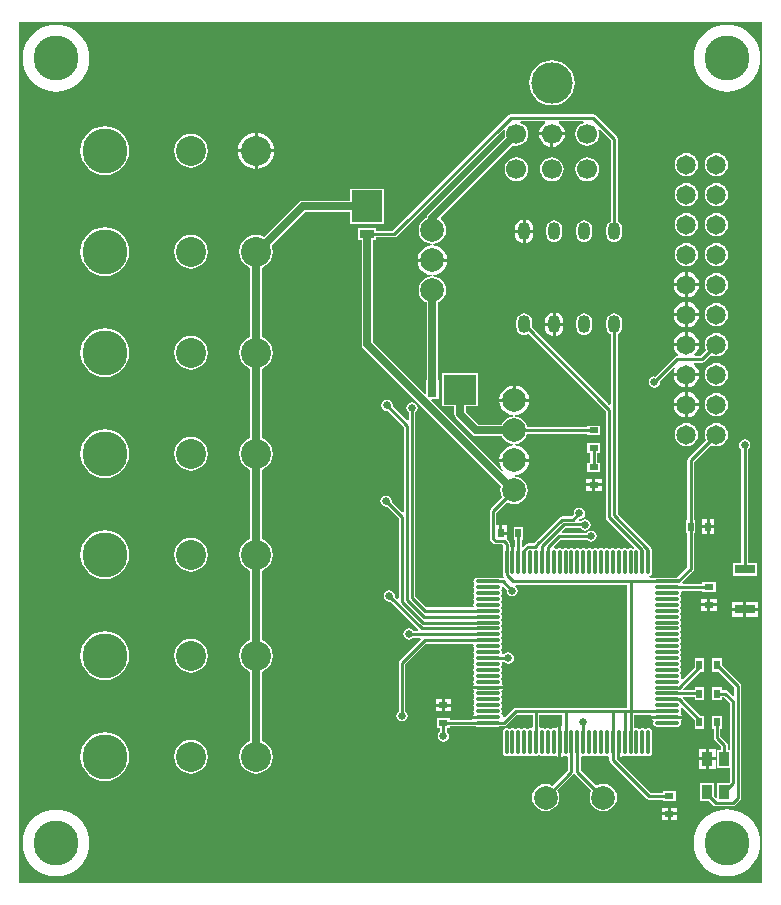
<source format=gtl>
G04 Layer_Physical_Order=1*
G04 Layer_Color=255*
%FSLAX43Y43*%
%MOMM*%
G71*
G01*
G75*
%ADD10R,0.800X0.500*%
%ADD11R,1.700X0.800*%
%ADD12R,0.500X0.800*%
%ADD13O,0.300X2.100*%
%ADD14O,2.100X0.300*%
%ADD15R,0.900X1.200*%
%ADD16R,2.540X2.667*%
%ADD17R,1.270X0.762*%
%ADD18R,2.667X2.540*%
%ADD19R,0.762X1.270*%
%ADD20C,0.254*%
%ADD21C,0.635*%
%ADD22C,0.508*%
%ADD23C,2.000*%
%ADD24C,3.810*%
%ADD25C,1.651*%
%ADD26C,2.540*%
%ADD27C,1.700*%
%ADD28C,3.500*%
%ADD29O,1.016X1.524*%
%ADD30C,0.635*%
G36*
X83998Y10101D02*
X21021D01*
Y83078D01*
X83998D01*
Y10101D01*
D02*
G37*
%LPC*%
G36*
X69596Y43711D02*
X69069D01*
Y43334D01*
X69596D01*
Y43711D01*
D02*
G37*
G36*
X79927Y40973D02*
X79550D01*
Y40446D01*
X79927D01*
Y40973D01*
D02*
G37*
G36*
X79296D02*
X78919D01*
Y40446D01*
X79296D01*
Y40973D01*
D02*
G37*
G36*
X70377Y44342D02*
X69850D01*
Y43965D01*
X70377D01*
Y44342D01*
D02*
G37*
G36*
X69596D02*
X69069D01*
Y43965D01*
X69596D01*
Y44342D01*
D02*
G37*
G36*
X70377Y43711D02*
X69850D01*
Y43334D01*
X70377D01*
Y43711D01*
D02*
G37*
G36*
X62333Y40419D02*
X61956D01*
Y39892D01*
X62333D01*
Y40419D01*
D02*
G37*
G36*
X82495Y47710D02*
X82312Y47674D01*
X82157Y47570D01*
X82053Y47415D01*
X82016Y47231D01*
X82053Y47048D01*
X82157Y46892D01*
X82211Y46856D01*
Y37267D01*
X81493D01*
Y36162D01*
X83498D01*
Y37267D01*
X82780D01*
Y46856D01*
X82834Y46892D01*
X82938Y47048D01*
X82975Y47231D01*
X82938Y47415D01*
X82834Y47570D01*
X82679Y47674D01*
X82495Y47710D01*
D02*
G37*
G36*
X28321Y39998D02*
X27918Y39958D01*
X27530Y39841D01*
X27172Y39650D01*
X26859Y39393D01*
X26602Y39079D01*
X26411Y38722D01*
X26293Y38334D01*
X26254Y37931D01*
X26293Y37527D01*
X26411Y37140D01*
X26602Y36782D01*
X26859Y36469D01*
X27172Y36212D01*
X27530Y36021D01*
X27918Y35903D01*
X28321Y35863D01*
X28724Y35903D01*
X29112Y36021D01*
X29470Y36212D01*
X29783Y36469D01*
X30040Y36782D01*
X30231Y37140D01*
X30349Y37527D01*
X30388Y37931D01*
X30349Y38334D01*
X30231Y38722D01*
X30040Y39079D01*
X29783Y39393D01*
X29470Y39650D01*
X29112Y39841D01*
X28724Y39958D01*
X28321Y39998D01*
D02*
G37*
G36*
X80128Y34197D02*
X79601D01*
Y33820D01*
X80128D01*
Y34197D01*
D02*
G37*
G36*
X79927Y40192D02*
X79550D01*
Y39665D01*
X79927D01*
Y40192D01*
D02*
G37*
G36*
X79296D02*
X78919D01*
Y39665D01*
X79296D01*
Y40192D01*
D02*
G37*
G36*
X35611Y39365D02*
X35239Y39316D01*
X34893Y39173D01*
X34596Y38945D01*
X34368Y38648D01*
X34225Y38302D01*
X34176Y37931D01*
X34225Y37559D01*
X34368Y37213D01*
X34596Y36916D01*
X34893Y36688D01*
X35239Y36545D01*
X35611Y36496D01*
X35982Y36545D01*
X36328Y36688D01*
X36625Y36916D01*
X36853Y37213D01*
X36997Y37559D01*
X37045Y37931D01*
X36997Y38302D01*
X36853Y38648D01*
X36625Y38945D01*
X36328Y39173D01*
X35982Y39316D01*
X35611Y39365D01*
D02*
G37*
G36*
X77683Y51715D02*
Y50770D01*
X78628D01*
X78608Y50924D01*
X78499Y51187D01*
X78326Y51413D01*
X78101Y51586D01*
X77838Y51694D01*
X77683Y51715D01*
D02*
G37*
G36*
X77429Y51715D02*
X77274Y51694D01*
X77012Y51586D01*
X76786Y51413D01*
X76613Y51187D01*
X76505Y50924D01*
X76484Y50770D01*
X77429D01*
Y51715D01*
D02*
G37*
G36*
X80096Y51629D02*
X79841Y51595D01*
X79603Y51497D01*
X79399Y51340D01*
X79242Y51136D01*
X79144Y50898D01*
X79110Y50643D01*
X79144Y50387D01*
X79242Y50149D01*
X79399Y49945D01*
X79603Y49788D01*
X79841Y49690D01*
X80096Y49656D01*
X80352Y49690D01*
X80589Y49788D01*
X80794Y49945D01*
X80950Y50149D01*
X81049Y50387D01*
X81083Y50643D01*
X81049Y50898D01*
X80950Y51136D01*
X80794Y51340D01*
X80589Y51497D01*
X80352Y51595D01*
X80096Y51629D01*
D02*
G37*
G36*
X78628Y53056D02*
X77683D01*
Y52111D01*
X77838Y52131D01*
X78101Y52240D01*
X78326Y52413D01*
X78499Y52638D01*
X78608Y52901D01*
X78628Y53056D01*
D02*
G37*
G36*
X63103Y52256D02*
Y51135D01*
X64224D01*
X64197Y51335D01*
X64071Y51640D01*
X63870Y51902D01*
X63608Y52103D01*
X63303Y52230D01*
X63103Y52256D01*
D02*
G37*
G36*
X62849D02*
X62648Y52230D01*
X62343Y52103D01*
X62081Y51902D01*
X61880Y51640D01*
X61754Y51335D01*
X61728Y51135D01*
X62849D01*
Y52256D01*
D02*
G37*
G36*
X77429Y50516D02*
X76484D01*
X76505Y50361D01*
X76613Y50098D01*
X76786Y49873D01*
X77012Y49700D01*
X77274Y49591D01*
X77429Y49571D01*
Y50516D01*
D02*
G37*
G36*
X35611Y47917D02*
X35239Y47868D01*
X34893Y47724D01*
X34596Y47496D01*
X34368Y47199D01*
X34225Y46853D01*
X34176Y46482D01*
X34225Y46111D01*
X34368Y45765D01*
X34596Y45468D01*
X34893Y45240D01*
X35239Y45096D01*
X35611Y45047D01*
X35982Y45096D01*
X36328Y45240D01*
X36625Y45468D01*
X36853Y45765D01*
X36997Y46111D01*
X37045Y46482D01*
X36997Y46853D01*
X36853Y47199D01*
X36625Y47496D01*
X36328Y47724D01*
X35982Y47868D01*
X35611Y47917D01*
D02*
G37*
G36*
X70275Y47366D02*
X69170D01*
Y46562D01*
X69438D01*
Y45740D01*
X69170D01*
Y44935D01*
X70275D01*
Y45740D01*
X70008D01*
Y46562D01*
X70275D01*
Y47366D01*
D02*
G37*
G36*
X28321Y48549D02*
X27918Y48510D01*
X27530Y48392D01*
X27172Y48201D01*
X26859Y47944D01*
X26602Y47631D01*
X26411Y47273D01*
X26293Y46885D01*
X26254Y46482D01*
X26293Y46079D01*
X26411Y45691D01*
X26602Y45333D01*
X26859Y45020D01*
X27172Y44763D01*
X27530Y44572D01*
X27918Y44454D01*
X28321Y44415D01*
X28724Y44454D01*
X29112Y44572D01*
X29470Y44763D01*
X29783Y45020D01*
X30040Y45333D01*
X30231Y45691D01*
X30349Y46079D01*
X30388Y46482D01*
X30349Y46885D01*
X30231Y47273D01*
X30040Y47631D01*
X29783Y47944D01*
X29470Y48201D01*
X29112Y48392D01*
X28724Y48510D01*
X28321Y48549D01*
D02*
G37*
G36*
X78628Y50516D02*
X77683D01*
Y49571D01*
X77838Y49591D01*
X78101Y49700D01*
X78326Y49873D01*
X78499Y50098D01*
X78608Y50361D01*
X78628Y50516D01*
D02*
G37*
G36*
X59880Y53330D02*
X56909D01*
Y50485D01*
X57915D01*
Y49857D01*
X57952Y49674D01*
X58056Y49518D01*
X59445Y48129D01*
X59600Y48025D01*
X59783Y47989D01*
X61927D01*
X61969Y47887D01*
X62154Y47646D01*
X62394Y47461D01*
X62675Y47345D01*
X62907Y47315D01*
X62918Y47313D01*
Y47185D01*
X62907Y47184D01*
X62648Y47150D01*
X62343Y47023D01*
X62081Y46822D01*
X61880Y46560D01*
X61754Y46255D01*
X61728Y46055D01*
X62976D01*
X64224D01*
X64197Y46255D01*
X64071Y46560D01*
X63870Y46822D01*
X63608Y47023D01*
X63303Y47150D01*
X63044Y47184D01*
X63034Y47185D01*
Y47313D01*
X63044Y47315D01*
X63276Y47345D01*
X63557Y47461D01*
X63798Y47646D01*
X63982Y47887D01*
X64098Y48167D01*
X64100Y48183D01*
X69170D01*
Y48062D01*
X70275D01*
Y48866D01*
X69170D01*
Y48753D01*
X64100D01*
X64098Y48769D01*
X63982Y49049D01*
X63798Y49290D01*
X63557Y49475D01*
X63276Y49591D01*
X63044Y49621D01*
X63034Y49623D01*
Y49751D01*
X63044Y49752D01*
X63303Y49786D01*
X63608Y49913D01*
X63870Y50114D01*
X64071Y50376D01*
X64197Y50681D01*
X64224Y50881D01*
X62976D01*
X61728D01*
X61754Y50681D01*
X61880Y50376D01*
X62081Y50114D01*
X62343Y49913D01*
X62648Y49786D01*
X62907Y49752D01*
X62918Y49751D01*
Y49623D01*
X62907Y49621D01*
X62675Y49591D01*
X62394Y49475D01*
X62154Y49290D01*
X61969Y49049D01*
X61927Y48947D01*
X59982D01*
X58874Y50055D01*
Y50485D01*
X59880D01*
Y53330D01*
D02*
G37*
G36*
X77556Y49089D02*
X77301Y49055D01*
X77063Y48957D01*
X76859Y48800D01*
X76702Y48596D01*
X76604Y48358D01*
X76570Y48103D01*
X76604Y47847D01*
X76702Y47609D01*
X76859Y47405D01*
X77063Y47248D01*
X77301Y47150D01*
X77556Y47116D01*
X77812Y47150D01*
X78049Y47248D01*
X78254Y47405D01*
X78410Y47609D01*
X78509Y47847D01*
X78543Y48103D01*
X78509Y48358D01*
X78410Y48596D01*
X78254Y48800D01*
X78049Y48957D01*
X77812Y49055D01*
X77556Y49089D01*
D02*
G37*
G36*
X79347Y34197D02*
X78820D01*
Y33820D01*
X79347D01*
Y34197D01*
D02*
G37*
G36*
X80034Y20519D02*
X79457D01*
Y19792D01*
X80034D01*
Y20519D01*
D02*
G37*
G36*
X79203D02*
X78626D01*
Y19792D01*
X79203D01*
Y20519D01*
D02*
G37*
G36*
X35611Y22263D02*
X35239Y22214D01*
X34893Y22070D01*
X34596Y21842D01*
X34368Y21545D01*
X34225Y21199D01*
X34176Y20828D01*
X34225Y20457D01*
X34368Y20111D01*
X34596Y19814D01*
X34893Y19586D01*
X35239Y19442D01*
X35611Y19393D01*
X35982Y19442D01*
X36328Y19586D01*
X36625Y19814D01*
X36853Y20111D01*
X36997Y20457D01*
X37045Y20828D01*
X36997Y21199D01*
X36853Y21545D01*
X36625Y21842D01*
X36328Y22070D01*
X35982Y22214D01*
X35611Y22263D01*
D02*
G37*
G36*
X77218Y24061D02*
X75931D01*
X74645D01*
X74651Y24030D01*
X74740Y23897D01*
X74786Y23866D01*
X74746Y23806D01*
X74723Y23688D01*
X74746Y23570D01*
X74813Y23470D01*
X74913Y23403D01*
X75031Y23380D01*
X76831D01*
X76949Y23403D01*
X77049Y23470D01*
X77116Y23570D01*
X77139Y23688D01*
X77116Y23806D01*
X77076Y23866D01*
X77122Y23897D01*
X77212Y24030D01*
X77218Y24061D01*
D02*
G37*
G36*
X80034Y21500D02*
X79457D01*
Y20773D01*
X80034D01*
Y21500D01*
D02*
G37*
G36*
X79203D02*
X78626D01*
Y20773D01*
X79203D01*
Y21500D01*
D02*
G37*
G36*
X28321Y22895D02*
X27918Y22856D01*
X27530Y22738D01*
X27172Y22547D01*
X26859Y22290D01*
X26602Y21977D01*
X26411Y21619D01*
X26293Y21231D01*
X26254Y20828D01*
X26293Y20425D01*
X26411Y20037D01*
X26602Y19679D01*
X26859Y19366D01*
X27172Y19109D01*
X27530Y18918D01*
X27918Y18800D01*
X28321Y18761D01*
X28724Y18800D01*
X29112Y18918D01*
X29470Y19109D01*
X29783Y19366D01*
X30040Y19679D01*
X30231Y20037D01*
X30349Y20425D01*
X30388Y20828D01*
X30349Y21231D01*
X30231Y21619D01*
X30040Y21977D01*
X29783Y22290D01*
X29470Y22547D01*
X29112Y22738D01*
X28724Y22856D01*
X28321Y22895D01*
D02*
G37*
G36*
X75984Y15862D02*
X75457D01*
Y15485D01*
X75984D01*
Y15862D01*
D02*
G37*
G36*
X81004Y16368D02*
X80562Y16333D01*
X80130Y16229D01*
X79720Y16059D01*
X79342Y15827D01*
X79005Y15539D01*
X78716Y15202D01*
X78484Y14823D01*
X78315Y14413D01*
X78211Y13982D01*
X78176Y13539D01*
X78211Y13097D01*
X78315Y12665D01*
X78484Y12255D01*
X78716Y11877D01*
X79005Y11540D01*
X79342Y11251D01*
X79720Y11020D01*
X80130Y10850D01*
X80562Y10746D01*
X81004Y10711D01*
X81447Y10746D01*
X81878Y10850D01*
X82288Y11020D01*
X82667Y11251D01*
X83004Y11540D01*
X83292Y11877D01*
X83524Y12255D01*
X83694Y12665D01*
X83798Y13097D01*
X83832Y13539D01*
X83798Y13982D01*
X83694Y14413D01*
X83524Y14823D01*
X83292Y15202D01*
X83004Y15539D01*
X82667Y15827D01*
X82288Y16059D01*
X81878Y16229D01*
X81447Y16333D01*
X81004Y16368D01*
D02*
G37*
G36*
X24190Y16360D02*
X23748Y16325D01*
X23316Y16222D01*
X22906Y16052D01*
X22528Y15820D01*
X22191Y15532D01*
X21902Y15194D01*
X21670Y14816D01*
X21501Y14406D01*
X21397Y13974D01*
X21362Y13532D01*
X21397Y13090D01*
X21501Y12658D01*
X21670Y12248D01*
X21902Y11870D01*
X22191Y11532D01*
X22528Y11244D01*
X22906Y11012D01*
X23316Y10842D01*
X23748Y10739D01*
X24190Y10704D01*
X24633Y10739D01*
X25064Y10842D01*
X25474Y11012D01*
X25853Y11244D01*
X26190Y11532D01*
X26478Y11870D01*
X26710Y12248D01*
X26880Y12658D01*
X26984Y13090D01*
X27018Y13532D01*
X26984Y13974D01*
X26880Y14406D01*
X26710Y14816D01*
X26478Y15194D01*
X26190Y15532D01*
X25853Y15820D01*
X25474Y16052D01*
X25064Y16222D01*
X24633Y16325D01*
X24190Y16360D01*
D02*
G37*
G36*
X76765Y16493D02*
X76238D01*
Y16116D01*
X76765D01*
Y16493D01*
D02*
G37*
G36*
X75984D02*
X75457D01*
Y16116D01*
X75984D01*
Y16493D01*
D02*
G37*
G36*
X76765Y15862D02*
X76238D01*
Y15485D01*
X76765D01*
Y15862D01*
D02*
G37*
G36*
X79347Y33566D02*
X78820D01*
Y33189D01*
X79347D01*
Y33566D01*
D02*
G37*
G36*
X83599Y33188D02*
X82622D01*
Y32661D01*
X83599D01*
Y33188D01*
D02*
G37*
G36*
X82368D02*
X81391D01*
Y32661D01*
X82368D01*
Y33188D01*
D02*
G37*
G36*
X83599Y33969D02*
X82622D01*
Y33442D01*
X83599D01*
Y33969D01*
D02*
G37*
G36*
X82368D02*
X81391D01*
Y33442D01*
X82368D01*
Y33969D01*
D02*
G37*
G36*
X80128Y33566D02*
X79601D01*
Y33189D01*
X80128D01*
Y33566D01*
D02*
G37*
G36*
X35611Y30814D02*
X35239Y30765D01*
X34893Y30622D01*
X34596Y30394D01*
X34368Y30097D01*
X34225Y29751D01*
X34176Y29379D01*
X34225Y29008D01*
X34368Y28662D01*
X34596Y28365D01*
X34893Y28137D01*
X35239Y27994D01*
X35611Y27945D01*
X35982Y27994D01*
X36328Y28137D01*
X36625Y28365D01*
X36853Y28662D01*
X36997Y29008D01*
X37045Y29379D01*
X36997Y29751D01*
X36853Y30097D01*
X36625Y30394D01*
X36328Y30622D01*
X35982Y30765D01*
X35611Y30814D01*
D02*
G37*
G36*
X56863Y25697D02*
X56336D01*
Y25320D01*
X56863D01*
Y25697D01*
D02*
G37*
G36*
X57644Y25066D02*
X57117D01*
Y24689D01*
X57644D01*
Y25066D01*
D02*
G37*
G36*
X56863D02*
X56336D01*
Y24689D01*
X56863D01*
Y25066D01*
D02*
G37*
G36*
X28321Y31447D02*
X27918Y31407D01*
X27530Y31289D01*
X27172Y31098D01*
X26859Y30841D01*
X26602Y30528D01*
X26411Y30170D01*
X26293Y29783D01*
X26254Y29379D01*
X26293Y28976D01*
X26411Y28588D01*
X26602Y28231D01*
X26859Y27917D01*
X27172Y27660D01*
X27530Y27469D01*
X27918Y27352D01*
X28321Y27312D01*
X28724Y27352D01*
X29112Y27469D01*
X29470Y27660D01*
X29783Y27917D01*
X30040Y28231D01*
X30231Y28588D01*
X30349Y28976D01*
X30388Y29379D01*
X30349Y29783D01*
X30231Y30170D01*
X30040Y30528D01*
X29783Y30841D01*
X29470Y31098D01*
X29112Y31289D01*
X28724Y31407D01*
X28321Y31447D01*
D02*
G37*
G36*
X80559Y29150D02*
X79754D01*
Y28045D01*
X80306D01*
X81631Y26720D01*
Y25973D01*
X81514Y25924D01*
X81059Y26379D01*
X80967Y26441D01*
X80858Y26462D01*
X80858Y26462D01*
X80559D01*
Y26730D01*
X79754D01*
Y25625D01*
X80559D01*
Y25892D01*
X80740D01*
X81225Y25407D01*
Y21399D01*
X81065D01*
Y21803D01*
X81044Y21912D01*
X80982Y22004D01*
X80982Y22004D01*
X80441Y22545D01*
Y23205D01*
X80559D01*
Y24309D01*
X79754D01*
Y23205D01*
X79872D01*
Y22427D01*
X79872Y22427D01*
X79893Y22318D01*
X79955Y22225D01*
X80495Y21685D01*
Y21399D01*
X80178D01*
Y19894D01*
X81225D01*
Y18694D01*
X81130Y18599D01*
X80178D01*
Y17375D01*
X80051Y17322D01*
X79933Y17440D01*
Y18599D01*
X78728D01*
Y17094D01*
X79473D01*
X79823Y16744D01*
X79823Y16744D01*
X79916Y16682D01*
X80025Y16660D01*
X81495D01*
X81495Y16660D01*
X81604Y16682D01*
X81697Y16744D01*
X82118Y17165D01*
X82118Y17165D01*
X82179Y17257D01*
X82201Y17366D01*
X82201Y17366D01*
Y26838D01*
X82201Y26838D01*
X82179Y26947D01*
X82118Y27039D01*
X82118Y27039D01*
X80559Y28598D01*
Y29150D01*
D02*
G37*
G36*
X57644Y25697D02*
X57117D01*
Y25320D01*
X57644D01*
Y25697D01*
D02*
G37*
G36*
X80096Y69409D02*
X79841Y69375D01*
X79603Y69277D01*
X79399Y69120D01*
X79242Y68916D01*
X79144Y68678D01*
X79110Y68423D01*
X79144Y68167D01*
X79242Y67929D01*
X79399Y67725D01*
X79603Y67568D01*
X79841Y67470D01*
X80096Y67436D01*
X80352Y67470D01*
X80589Y67568D01*
X80794Y67725D01*
X80950Y67929D01*
X81049Y68167D01*
X81083Y68423D01*
X81049Y68678D01*
X80950Y68916D01*
X80794Y69120D01*
X80589Y69277D01*
X80352Y69375D01*
X80096Y69409D01*
D02*
G37*
G36*
X77556D02*
X77301Y69375D01*
X77063Y69277D01*
X76859Y69120D01*
X76702Y68916D01*
X76604Y68678D01*
X76570Y68423D01*
X76604Y68167D01*
X76702Y67929D01*
X76859Y67725D01*
X77063Y67568D01*
X77301Y67470D01*
X77556Y67436D01*
X77812Y67470D01*
X78049Y67568D01*
X78254Y67725D01*
X78410Y67929D01*
X78509Y68167D01*
X78543Y68423D01*
X78509Y68678D01*
X78410Y68916D01*
X78254Y69120D01*
X78049Y69277D01*
X77812Y69375D01*
X77556Y69409D01*
D02*
G37*
G36*
X51957Y68927D02*
X49113D01*
Y67916D01*
X45060D01*
X44876Y67880D01*
X44721Y67776D01*
X41792Y64847D01*
X41494Y64970D01*
X41123Y65019D01*
X40751Y64970D01*
X40405Y64827D01*
X40108Y64599D01*
X39880Y64302D01*
X39737Y63956D01*
X39688Y63585D01*
X39737Y63213D01*
X39880Y62867D01*
X40108Y62570D01*
X40405Y62342D01*
X40644Y62244D01*
Y56374D01*
X40405Y56276D01*
X40108Y56048D01*
X39880Y55751D01*
X39737Y55405D01*
X39688Y55033D01*
X39737Y54662D01*
X39880Y54316D01*
X40108Y54019D01*
X40405Y53791D01*
X40644Y53692D01*
Y47823D01*
X40405Y47724D01*
X40108Y47496D01*
X39880Y47199D01*
X39737Y46853D01*
X39688Y46482D01*
X39737Y46111D01*
X39880Y45765D01*
X40108Y45468D01*
X40405Y45240D01*
X40644Y45141D01*
Y39272D01*
X40405Y39173D01*
X40108Y38945D01*
X39880Y38648D01*
X39737Y38302D01*
X39688Y37931D01*
X39737Y37559D01*
X39880Y37213D01*
X40108Y36916D01*
X40405Y36688D01*
X40644Y36590D01*
Y30720D01*
X40405Y30622D01*
X40108Y30394D01*
X39880Y30097D01*
X39737Y29751D01*
X39688Y29379D01*
X39737Y29008D01*
X39880Y28662D01*
X40108Y28365D01*
X40405Y28137D01*
X40644Y28038D01*
Y22169D01*
X40405Y22070D01*
X40108Y21842D01*
X39880Y21545D01*
X39737Y21199D01*
X39688Y20828D01*
X39737Y20457D01*
X39880Y20111D01*
X40108Y19814D01*
X40405Y19586D01*
X40751Y19442D01*
X41123Y19393D01*
X41494Y19442D01*
X41840Y19586D01*
X42137Y19814D01*
X42365Y20111D01*
X42508Y20457D01*
X42557Y20828D01*
X42508Y21199D01*
X42365Y21545D01*
X42137Y21842D01*
X41840Y22070D01*
X41602Y22169D01*
Y28038D01*
X41840Y28137D01*
X42137Y28365D01*
X42365Y28662D01*
X42508Y29008D01*
X42557Y29379D01*
X42508Y29751D01*
X42365Y30097D01*
X42137Y30394D01*
X41840Y30622D01*
X41602Y30720D01*
Y36590D01*
X41840Y36688D01*
X42137Y36916D01*
X42365Y37213D01*
X42508Y37559D01*
X42557Y37931D01*
X42508Y38302D01*
X42365Y38648D01*
X42137Y38945D01*
X41840Y39173D01*
X41602Y39272D01*
Y45141D01*
X41840Y45240D01*
X42137Y45468D01*
X42365Y45765D01*
X42508Y46111D01*
X42557Y46482D01*
X42508Y46853D01*
X42365Y47199D01*
X42137Y47496D01*
X41840Y47724D01*
X41602Y47823D01*
Y53692D01*
X41840Y53791D01*
X42137Y54019D01*
X42365Y54316D01*
X42508Y54662D01*
X42557Y55033D01*
X42508Y55405D01*
X42365Y55751D01*
X42137Y56048D01*
X41840Y56276D01*
X41602Y56374D01*
Y62244D01*
X41840Y62342D01*
X42137Y62570D01*
X42365Y62867D01*
X42508Y63213D01*
X42557Y63585D01*
X42508Y63956D01*
X42435Y64134D01*
X45258Y66958D01*
X49113D01*
Y65956D01*
X51957D01*
Y68927D01*
D02*
G37*
G36*
X69176Y71572D02*
X68914Y71538D01*
X68670Y71437D01*
X68461Y71276D01*
X68300Y71067D01*
X68199Y70823D01*
X68165Y70561D01*
X68199Y70300D01*
X68300Y70056D01*
X68461Y69846D01*
X68670Y69686D01*
X68914Y69585D01*
X69176Y69550D01*
X69437Y69585D01*
X69681Y69686D01*
X69891Y69846D01*
X70051Y70056D01*
X70152Y70300D01*
X70187Y70561D01*
X70152Y70823D01*
X70051Y71067D01*
X69891Y71276D01*
X69681Y71437D01*
X69437Y71538D01*
X69176Y71572D01*
D02*
G37*
G36*
X66176D02*
X65914Y71538D01*
X65670Y71437D01*
X65461Y71276D01*
X65300Y71067D01*
X65199Y70823D01*
X65165Y70561D01*
X65199Y70300D01*
X65300Y70056D01*
X65461Y69846D01*
X65670Y69686D01*
X65914Y69585D01*
X66176Y69550D01*
X66437Y69585D01*
X66681Y69686D01*
X66891Y69846D01*
X67051Y70056D01*
X67152Y70300D01*
X67187Y70561D01*
X67152Y70823D01*
X67051Y71067D01*
X66891Y71276D01*
X66681Y71437D01*
X66437Y71538D01*
X66176Y71572D01*
D02*
G37*
G36*
X63176D02*
X62914Y71538D01*
X62670Y71437D01*
X62461Y71276D01*
X62300Y71067D01*
X62199Y70823D01*
X62165Y70561D01*
X62199Y70300D01*
X62300Y70056D01*
X62461Y69846D01*
X62670Y69686D01*
X62914Y69585D01*
X63176Y69550D01*
X63437Y69585D01*
X63681Y69686D01*
X63891Y69846D01*
X64051Y70056D01*
X64152Y70300D01*
X64187Y70561D01*
X64152Y70823D01*
X64051Y71067D01*
X63891Y71276D01*
X63681Y71437D01*
X63437Y71538D01*
X63176Y71572D01*
D02*
G37*
G36*
X63954Y66319D02*
Y65440D01*
X64595D01*
Y65567D01*
X64569Y65766D01*
X64492Y65951D01*
X64370Y66110D01*
X64211Y66233D01*
X64025Y66309D01*
X63954Y66319D01*
D02*
G37*
G36*
X68907Y66233D02*
X68734Y66210D01*
X68574Y66144D01*
X68436Y66038D01*
X68330Y65900D01*
X68263Y65739D01*
X68240Y65567D01*
Y65059D01*
X68263Y64887D01*
X68330Y64726D01*
X68436Y64588D01*
X68574Y64482D01*
X68734Y64416D01*
X68907Y64393D01*
X69079Y64416D01*
X69240Y64482D01*
X69378Y64588D01*
X69483Y64726D01*
X69550Y64887D01*
X69573Y65059D01*
Y65567D01*
X69550Y65739D01*
X69483Y65900D01*
X69378Y66038D01*
X69240Y66144D01*
X69079Y66210D01*
X68907Y66233D01*
D02*
G37*
G36*
X66367D02*
X66194Y66210D01*
X66034Y66144D01*
X65896Y66038D01*
X65790Y65900D01*
X65723Y65739D01*
X65700Y65567D01*
Y65059D01*
X65723Y64887D01*
X65790Y64726D01*
X65896Y64588D01*
X66034Y64482D01*
X66194Y64416D01*
X66367Y64393D01*
X66539Y64416D01*
X66700Y64482D01*
X66838Y64588D01*
X66943Y64726D01*
X67010Y64887D01*
X67033Y65059D01*
Y65567D01*
X67010Y65739D01*
X66943Y65900D01*
X66838Y66038D01*
X66700Y66144D01*
X66539Y66210D01*
X66367Y66233D01*
D02*
G37*
G36*
X64595Y65186D02*
X63954D01*
Y64307D01*
X64025Y64317D01*
X64211Y64393D01*
X64370Y64516D01*
X64492Y64675D01*
X64569Y64860D01*
X64595Y65059D01*
Y65186D01*
D02*
G37*
G36*
X63700Y66319D02*
X63628Y66309D01*
X63442Y66233D01*
X63283Y66110D01*
X63161Y65951D01*
X63084Y65766D01*
X63058Y65567D01*
Y65440D01*
X63700D01*
Y66319D01*
D02*
G37*
G36*
X80096Y66869D02*
X79841Y66835D01*
X79603Y66737D01*
X79399Y66580D01*
X79242Y66376D01*
X79144Y66138D01*
X79110Y65883D01*
X79144Y65627D01*
X79242Y65389D01*
X79399Y65185D01*
X79603Y65028D01*
X79841Y64930D01*
X80096Y64896D01*
X80352Y64930D01*
X80589Y65028D01*
X80794Y65185D01*
X80950Y65389D01*
X81049Y65627D01*
X81083Y65883D01*
X81049Y66138D01*
X80950Y66376D01*
X80794Y66580D01*
X80589Y66737D01*
X80352Y66835D01*
X80096Y66869D01*
D02*
G37*
G36*
X77556D02*
X77301Y66835D01*
X77063Y66737D01*
X76859Y66580D01*
X76702Y66376D01*
X76604Y66138D01*
X76570Y65883D01*
X76604Y65627D01*
X76702Y65389D01*
X76859Y65185D01*
X77063Y65028D01*
X77301Y64930D01*
X77556Y64896D01*
X77812Y64930D01*
X78049Y65028D01*
X78254Y65185D01*
X78410Y65389D01*
X78509Y65627D01*
X78543Y65883D01*
X78509Y66138D01*
X78410Y66376D01*
X78254Y66580D01*
X78049Y66737D01*
X77812Y66835D01*
X77556Y66869D01*
D02*
G37*
G36*
Y71949D02*
X77301Y71915D01*
X77063Y71817D01*
X76859Y71660D01*
X76702Y71456D01*
X76604Y71218D01*
X76570Y70963D01*
X76604Y70707D01*
X76702Y70469D01*
X76859Y70265D01*
X77063Y70108D01*
X77301Y70010D01*
X77556Y69976D01*
X77812Y70010D01*
X78049Y70108D01*
X78254Y70265D01*
X78410Y70469D01*
X78509Y70707D01*
X78543Y70963D01*
X78509Y71218D01*
X78410Y71456D01*
X78254Y71660D01*
X78049Y71817D01*
X77812Y71915D01*
X77556Y71949D01*
D02*
G37*
G36*
X69690Y75212D02*
X69690Y75212D01*
X62675D01*
X62675Y75212D01*
X62565Y75190D01*
X62473Y75128D01*
X62473Y75128D01*
X52722Y65377D01*
X51322D01*
Y65625D01*
X49748D01*
Y64559D01*
X50056D01*
Y55737D01*
X50092Y55554D01*
X50196Y55398D01*
X61868Y43726D01*
X61853Y43689D01*
X61813Y43388D01*
X61853Y43087D01*
X61969Y42807D01*
X61979Y42794D01*
X60994Y41809D01*
X60932Y41717D01*
X60910Y41608D01*
X60910Y41608D01*
Y39305D01*
X60910Y39305D01*
X60932Y39196D01*
X60994Y39104D01*
X61213Y38885D01*
X61213Y38885D01*
X61305Y38823D01*
X61414Y38801D01*
X61414Y38801D01*
X61977D01*
X62046Y38732D01*
Y38306D01*
X62023Y38188D01*
Y36388D01*
X62046Y36270D01*
Y36257D01*
X62046Y36257D01*
X62068Y36148D01*
X62112Y36081D01*
X62075Y36001D01*
X62040Y35966D01*
X62007Y35973D01*
X62007Y35973D01*
X61749D01*
X61631Y35996D01*
X59831D01*
X59713Y35973D01*
X59613Y35906D01*
X59546Y35806D01*
X59523Y35688D01*
X59546Y35570D01*
X59613Y35470D01*
Y35406D01*
X59546Y35306D01*
X59523Y35188D01*
X59546Y35070D01*
X59613Y34970D01*
Y34906D01*
X59546Y34806D01*
X59523Y34688D01*
X59546Y34570D01*
X59613Y34470D01*
Y34406D01*
X59546Y34306D01*
X59523Y34188D01*
X59546Y34070D01*
X59613Y33970D01*
Y33906D01*
X59546Y33806D01*
X59523Y33688D01*
X59540Y33600D01*
X59470Y33473D01*
X55509D01*
X54610Y34372D01*
Y49993D01*
X54663Y50029D01*
X54767Y50184D01*
X54804Y50367D01*
X54767Y50551D01*
X54663Y50706D01*
X54508Y50810D01*
X54325Y50847D01*
X54141Y50810D01*
X53986Y50706D01*
X53882Y50551D01*
X53846Y50367D01*
X53882Y50184D01*
X53986Y50029D01*
X54040Y49993D01*
Y49320D01*
X53922Y49272D01*
X52687Y50507D01*
X52699Y50571D01*
X52663Y50754D01*
X52559Y50910D01*
X52404Y51014D01*
X52220Y51050D01*
X52037Y51014D01*
X51881Y50910D01*
X51778Y50754D01*
X51741Y50571D01*
X51778Y50388D01*
X51881Y50232D01*
X52037Y50128D01*
X52220Y50092D01*
X52284Y50104D01*
X53633Y48755D01*
Y41536D01*
X53516Y41487D01*
X52603Y42400D01*
X52616Y42464D01*
X52579Y42647D01*
X52475Y42803D01*
X52320Y42907D01*
X52136Y42943D01*
X51953Y42907D01*
X51798Y42803D01*
X51694Y42647D01*
X51657Y42464D01*
X51694Y42281D01*
X51798Y42125D01*
X51953Y42021D01*
X52136Y41985D01*
X52200Y41997D01*
X53193Y41004D01*
Y34230D01*
X53076Y34181D01*
X52874Y34384D01*
X52887Y34447D01*
X52850Y34631D01*
X52746Y34786D01*
X52591Y34890D01*
X52407Y34926D01*
X52224Y34890D01*
X52069Y34786D01*
X51965Y34631D01*
X51928Y34447D01*
X51965Y34264D01*
X52069Y34108D01*
X52224Y34005D01*
X52407Y33968D01*
X52471Y33981D01*
X54852Y31600D01*
X54799Y31473D01*
X54485D01*
X54421Y31569D01*
X54265Y31673D01*
X54082Y31709D01*
X53899Y31673D01*
X53743Y31569D01*
X53639Y31413D01*
X53603Y31230D01*
X53639Y31047D01*
X53743Y30891D01*
X53899Y30787D01*
X54082Y30751D01*
X54265Y30787D01*
X54421Y30891D01*
X54429Y30903D01*
X55024D01*
X55076Y30776D01*
X53277Y28977D01*
X53215Y28884D01*
X53193Y28775D01*
X53193Y28775D01*
Y24670D01*
X53139Y24634D01*
X53036Y24479D01*
X52999Y24295D01*
X53036Y24112D01*
X53139Y23957D01*
X53295Y23853D01*
X53478Y23816D01*
X53662Y23853D01*
X53817Y23957D01*
X53921Y24112D01*
X53957Y24295D01*
X53921Y24479D01*
X53817Y24634D01*
X53763Y24670D01*
Y28657D01*
X55509Y30403D01*
X59470D01*
X59540Y30276D01*
X59523Y30188D01*
X59546Y30070D01*
X59613Y29970D01*
Y29906D01*
X59546Y29806D01*
X59523Y29688D01*
X59546Y29570D01*
X59613Y29470D01*
Y29406D01*
X59546Y29306D01*
X59523Y29188D01*
X59546Y29070D01*
X59613Y28970D01*
Y28906D01*
X59546Y28806D01*
X59523Y28688D01*
X59546Y28570D01*
X59613Y28470D01*
Y28406D01*
X59546Y28306D01*
X59523Y28188D01*
X59546Y28070D01*
X59613Y27970D01*
Y27906D01*
X59546Y27806D01*
X59523Y27688D01*
X59546Y27570D01*
X59613Y27470D01*
Y27406D01*
X59546Y27306D01*
X59523Y27188D01*
X59546Y27070D01*
X59586Y27010D01*
X59540Y26979D01*
X59451Y26845D01*
X59445Y26815D01*
X60731D01*
X62018D01*
X62012Y26845D01*
X61922Y26979D01*
X61876Y27010D01*
X61916Y27070D01*
X61939Y27188D01*
X61916Y27306D01*
X61849Y27406D01*
Y27470D01*
X61916Y27570D01*
X61939Y27688D01*
X61916Y27806D01*
X61849Y27906D01*
Y27970D01*
X61916Y28070D01*
X61939Y28188D01*
X61916Y28306D01*
X61849Y28406D01*
Y28470D01*
X61916Y28570D01*
X61939Y28688D01*
X61922Y28776D01*
X61992Y28903D01*
X62116D01*
X62152Y28849D01*
X62307Y28745D01*
X62491Y28709D01*
X62674Y28745D01*
X62829Y28849D01*
X62933Y29004D01*
X62970Y29188D01*
X62933Y29371D01*
X62829Y29527D01*
X62674Y29630D01*
X62491Y29667D01*
X62307Y29630D01*
X62152Y29527D01*
X62116Y29473D01*
X61992D01*
X61922Y29600D01*
X61939Y29688D01*
X61916Y29806D01*
X61849Y29906D01*
Y29970D01*
X61916Y30070D01*
X61939Y30188D01*
X61916Y30306D01*
X61849Y30406D01*
Y30470D01*
X61916Y30570D01*
X61939Y30688D01*
X61916Y30806D01*
X61849Y30906D01*
Y30970D01*
X61916Y31070D01*
X61939Y31188D01*
X61916Y31306D01*
X61849Y31406D01*
Y31470D01*
X61916Y31570D01*
X61939Y31688D01*
X61916Y31806D01*
X61849Y31906D01*
Y31970D01*
X61916Y32070D01*
X61939Y32188D01*
X61916Y32306D01*
X61849Y32406D01*
Y32470D01*
X61916Y32570D01*
X61939Y32688D01*
X61916Y32806D01*
X61849Y32906D01*
Y32970D01*
X61916Y33070D01*
X61939Y33188D01*
X61916Y33306D01*
X61849Y33406D01*
Y33470D01*
X61916Y33570D01*
X61939Y33688D01*
X61916Y33806D01*
X61849Y33906D01*
Y33970D01*
X61916Y34070D01*
X61939Y34188D01*
X61916Y34306D01*
X61849Y34406D01*
Y34470D01*
X61916Y34570D01*
X61939Y34688D01*
X61916Y34806D01*
X61849Y34906D01*
Y34970D01*
X61916Y35070D01*
X61937Y35176D01*
X61981Y35203D01*
X62060Y35232D01*
X62351Y34941D01*
X62339Y34878D01*
X62375Y34694D01*
X62479Y34539D01*
X62634Y34435D01*
X62818Y34398D01*
X63001Y34435D01*
X63157Y34539D01*
X63260Y34694D01*
X63297Y34878D01*
X63260Y35061D01*
X63157Y35216D01*
X63067Y35276D01*
X63106Y35403D01*
X72546D01*
Y24973D01*
X63095D01*
X62986Y24951D01*
X62894Y24889D01*
X62894Y24889D01*
X62168Y24163D01*
X62111Y24174D01*
X62038Y24213D01*
X62012Y24345D01*
X61922Y24479D01*
X61876Y24510D01*
X61916Y24570D01*
X61939Y24688D01*
X61916Y24806D01*
X61849Y24906D01*
Y24970D01*
X61916Y25070D01*
X61939Y25188D01*
X61916Y25306D01*
X61849Y25406D01*
Y25470D01*
X61916Y25570D01*
X61939Y25688D01*
X61916Y25806D01*
X61849Y25906D01*
Y25970D01*
X61916Y26070D01*
X61939Y26188D01*
X61916Y26306D01*
X61876Y26366D01*
X61922Y26397D01*
X62012Y26530D01*
X62018Y26561D01*
X60731D01*
X59445D01*
X59451Y26530D01*
X59540Y26397D01*
X59586Y26366D01*
X59546Y26306D01*
X59523Y26188D01*
X59546Y26070D01*
X59613Y25970D01*
Y25906D01*
X59546Y25806D01*
X59523Y25688D01*
X59546Y25570D01*
X59613Y25470D01*
Y25406D01*
X59546Y25306D01*
X59523Y25188D01*
X59546Y25070D01*
X59613Y24970D01*
Y24906D01*
X59546Y24806D01*
X59523Y24688D01*
X59546Y24570D01*
X59586Y24510D01*
X59540Y24479D01*
X59451Y24345D01*
X59445Y24315D01*
X60731D01*
Y24061D01*
X59404D01*
X59345Y23978D01*
X57542D01*
Y24095D01*
X56438D01*
Y23290D01*
X56705D01*
Y22969D01*
X56651Y22933D01*
X56547Y22778D01*
X56511Y22594D01*
X56547Y22411D01*
X56651Y22256D01*
X56807Y22152D01*
X56990Y22115D01*
X57173Y22152D01*
X57329Y22256D01*
X57433Y22411D01*
X57469Y22594D01*
X57433Y22778D01*
X57329Y22933D01*
X57275Y22969D01*
Y23290D01*
X57542D01*
Y23408D01*
X59706D01*
X59713Y23403D01*
X59831Y23380D01*
X61631D01*
X61749Y23403D01*
X62095D01*
X62095Y23403D01*
X62204Y23425D01*
X62297Y23486D01*
X63213Y24403D01*
X64546D01*
Y23349D01*
X64419Y23279D01*
X64331Y23296D01*
X64213Y23273D01*
X64113Y23206D01*
X64049D01*
X63949Y23273D01*
X63831Y23296D01*
X63713Y23273D01*
X63613Y23206D01*
X63549D01*
X63449Y23273D01*
X63331Y23296D01*
X63213Y23273D01*
X63113Y23206D01*
X63049D01*
X62949Y23273D01*
X62831Y23296D01*
X62713Y23273D01*
X62613Y23206D01*
X62549D01*
X62449Y23273D01*
X62331Y23296D01*
X62213Y23273D01*
X62113Y23206D01*
X62046Y23106D01*
X62023Y22988D01*
Y21188D01*
X62046Y21070D01*
X62113Y20970D01*
X62213Y20903D01*
X62331Y20880D01*
X62449Y20903D01*
X62549Y20970D01*
X62613D01*
X62713Y20903D01*
X62831Y20880D01*
X62949Y20903D01*
X62988Y20929D01*
X63081Y20959D01*
X63175Y20929D01*
X63213Y20903D01*
X63331Y20880D01*
X63449Y20903D01*
X63488Y20929D01*
X63581Y20959D01*
X63675Y20929D01*
X63713Y20903D01*
X63831Y20880D01*
X63949Y20903D01*
X64049Y20970D01*
X64113D01*
X64213Y20903D01*
X64331Y20880D01*
X64449Y20903D01*
X64488Y20929D01*
X64581Y20959D01*
X64675Y20929D01*
X64713Y20903D01*
X64831Y20880D01*
X64949Y20903D01*
X65049Y20970D01*
X65113D01*
X65213Y20903D01*
X65331Y20880D01*
X65449Y20903D01*
X65488Y20929D01*
X65581Y20959D01*
X65675Y20929D01*
X65713Y20903D01*
X65831Y20880D01*
X65949Y20903D01*
X65988Y20929D01*
X66081Y20959D01*
X66175Y20929D01*
X66213Y20903D01*
X66331Y20880D01*
X66449Y20903D01*
X66509Y20943D01*
X66540Y20897D01*
X66674Y20807D01*
X66704Y20801D01*
Y22088D01*
Y23374D01*
X66674Y23368D01*
X66540Y23279D01*
X66509Y23233D01*
X66449Y23273D01*
X66331Y23296D01*
X66213Y23273D01*
X66113Y23206D01*
X66049D01*
X65949Y23273D01*
X65831Y23296D01*
X65713Y23273D01*
X65613Y23206D01*
X65549D01*
X65449Y23273D01*
X65331Y23296D01*
X65243Y23279D01*
X65116Y23349D01*
Y24403D01*
X67046D01*
Y23471D01*
X66958Y23409D01*
Y22088D01*
Y20801D01*
X66989Y20807D01*
X67122Y20897D01*
X67153Y20943D01*
X67213Y20903D01*
X67331Y20880D01*
X67419Y20897D01*
X67546Y20827D01*
Y19682D01*
X66236Y18372D01*
X66224Y18382D01*
X65943Y18498D01*
X65642Y18538D01*
X65342Y18498D01*
X65061Y18382D01*
X64821Y18197D01*
X64636Y17956D01*
X64520Y17676D01*
X64480Y17375D01*
X64520Y17074D01*
X64636Y16794D01*
X64821Y16553D01*
X65061Y16369D01*
X65342Y16253D01*
X65642Y16213D01*
X65943Y16253D01*
X66224Y16369D01*
X66464Y16553D01*
X66649Y16794D01*
X66765Y17074D01*
X66805Y17375D01*
X66765Y17676D01*
X66649Y17956D01*
X66639Y17969D01*
X68000Y19330D01*
X68046Y19342D01*
X68114Y19343D01*
X68164Y19331D01*
X69526Y17969D01*
X69516Y17956D01*
X69400Y17676D01*
X69360Y17375D01*
X69400Y17074D01*
X69516Y16794D01*
X69701Y16553D01*
X69941Y16369D01*
X70222Y16253D01*
X70522Y16213D01*
X70823Y16253D01*
X71104Y16369D01*
X71344Y16553D01*
X71529Y16794D01*
X71645Y17074D01*
X71685Y17375D01*
X71645Y17676D01*
X71529Y17956D01*
X71344Y18197D01*
X71104Y18382D01*
X70823Y18498D01*
X70522Y18538D01*
X70222Y18498D01*
X69941Y18382D01*
X69928Y18372D01*
X68616Y19685D01*
Y20827D01*
X68743Y20897D01*
X68831Y20880D01*
X68949Y20903D01*
X68988Y20929D01*
X69081Y20959D01*
X69175Y20929D01*
X69213Y20903D01*
X69331Y20880D01*
X69449Y20903D01*
X69488Y20929D01*
X69581Y20959D01*
X69675Y20929D01*
X69713Y20903D01*
X69831Y20880D01*
X69949Y20903D01*
X69988Y20929D01*
X70081Y20959D01*
X70175Y20929D01*
X70213Y20903D01*
X70331Y20880D01*
X70449Y20903D01*
X70488Y20929D01*
X70581Y20959D01*
X70675Y20929D01*
X70713Y20903D01*
X70831Y20880D01*
X70919Y20897D01*
X71046Y20827D01*
Y20568D01*
X71046Y20568D01*
X71068Y20459D01*
X71130Y20366D01*
X74209Y17287D01*
X74209Y17287D01*
X74301Y17226D01*
X74410Y17204D01*
X75558D01*
Y17086D01*
X76663D01*
Y17891D01*
X75558D01*
Y17774D01*
X74528D01*
X71696Y20606D01*
X71703Y20679D01*
X71704Y20681D01*
Y22088D01*
X71958D01*
Y20801D01*
X71989Y20807D01*
X72122Y20897D01*
X72153Y20943D01*
X72213Y20903D01*
X72331Y20880D01*
X72449Y20903D01*
X72488Y20929D01*
X72581Y20959D01*
X72675Y20929D01*
X72713Y20903D01*
X72831Y20880D01*
X72949Y20903D01*
X72988Y20929D01*
X73081Y20959D01*
X73175Y20929D01*
X73213Y20903D01*
X73331Y20880D01*
X73449Y20903D01*
X73488Y20929D01*
X73581Y20959D01*
X73675Y20929D01*
X73713Y20903D01*
X73831Y20880D01*
X73949Y20903D01*
X73988Y20929D01*
X74081Y20959D01*
X74175Y20929D01*
X74213Y20903D01*
X74331Y20880D01*
X74449Y20903D01*
X74549Y20970D01*
X74616Y21070D01*
X74639Y21188D01*
Y22988D01*
X74616Y23106D01*
X74549Y23206D01*
X74449Y23273D01*
X74331Y23296D01*
X74213Y23273D01*
X74113Y23206D01*
X74049D01*
X73949Y23273D01*
X73831Y23296D01*
X73713Y23273D01*
X73613Y23206D01*
X73549D01*
X73449Y23273D01*
X73331Y23296D01*
X73243Y23279D01*
X73116Y23349D01*
Y24403D01*
X74548D01*
X74610Y24315D01*
X75931D01*
X77218D01*
X77212Y24345D01*
X77122Y24479D01*
X77076Y24510D01*
X77116Y24570D01*
X77139Y24688D01*
X77116Y24806D01*
X77080Y24859D01*
X77116Y24951D01*
X77249Y24974D01*
X78254Y23969D01*
Y23205D01*
X79059D01*
Y24309D01*
X78720D01*
X77253Y25776D01*
X77306Y25903D01*
X78254D01*
Y25625D01*
X79059D01*
Y26730D01*
X78254D01*
Y26473D01*
X77306D01*
X77253Y26600D01*
X78699Y28045D01*
X79059D01*
Y29150D01*
X78254D01*
Y28406D01*
X77249Y27401D01*
X77116Y27424D01*
X77080Y27516D01*
X77116Y27570D01*
X77139Y27688D01*
X77116Y27806D01*
X77049Y27906D01*
Y27970D01*
X77116Y28070D01*
X77139Y28188D01*
X77116Y28306D01*
X77049Y28406D01*
Y28470D01*
X77116Y28570D01*
X77139Y28688D01*
X77116Y28806D01*
X77049Y28906D01*
Y28970D01*
X77116Y29070D01*
X77139Y29188D01*
X77116Y29306D01*
X77049Y29406D01*
Y29470D01*
X77116Y29570D01*
X77139Y29688D01*
X77116Y29806D01*
X77049Y29906D01*
Y29970D01*
X77116Y30070D01*
X77139Y30188D01*
X77116Y30306D01*
X77049Y30406D01*
Y30470D01*
X77116Y30570D01*
X77139Y30688D01*
X77116Y30806D01*
X77049Y30906D01*
Y30970D01*
X77116Y31070D01*
X77139Y31188D01*
X77116Y31306D01*
X77049Y31406D01*
Y31470D01*
X77116Y31570D01*
X77139Y31688D01*
X77116Y31806D01*
X77049Y31906D01*
Y31970D01*
X77116Y32070D01*
X77139Y32188D01*
X77116Y32306D01*
X77049Y32406D01*
Y32470D01*
X77116Y32570D01*
X77139Y32688D01*
X77116Y32806D01*
X77049Y32906D01*
Y32970D01*
X77116Y33070D01*
X77139Y33188D01*
X77116Y33306D01*
X77049Y33406D01*
Y33470D01*
X77116Y33570D01*
X77139Y33688D01*
X77116Y33806D01*
X77049Y33906D01*
Y33970D01*
X77116Y34070D01*
X77139Y34188D01*
X77116Y34306D01*
X77049Y34406D01*
Y34470D01*
X77116Y34570D01*
X77139Y34688D01*
X77122Y34776D01*
X77192Y34903D01*
X78921D01*
Y34790D01*
X80026D01*
Y35595D01*
X78921D01*
Y35473D01*
X77242D01*
X77189Y35600D01*
X78124Y36535D01*
X78186Y36627D01*
X78208Y36736D01*
X78208Y36736D01*
Y39766D01*
X78325D01*
Y40871D01*
X78208D01*
Y45811D01*
X79633Y47236D01*
X79841Y47150D01*
X80096Y47116D01*
X80352Y47150D01*
X80589Y47248D01*
X80794Y47405D01*
X80950Y47609D01*
X81049Y47847D01*
X81083Y48103D01*
X81049Y48358D01*
X80950Y48596D01*
X80794Y48800D01*
X80589Y48957D01*
X80352Y49055D01*
X80096Y49089D01*
X79841Y49055D01*
X79603Y48957D01*
X79399Y48800D01*
X79242Y48596D01*
X79144Y48358D01*
X79110Y48103D01*
X79144Y47847D01*
X79230Y47639D01*
X77721Y46131D01*
X77660Y46038D01*
X77638Y45929D01*
X77638Y45929D01*
Y40871D01*
X77520D01*
Y39766D01*
X77638D01*
Y36854D01*
X76780Y35996D01*
X75031D01*
X74913Y35973D01*
X74445D01*
X74433Y36100D01*
X74449Y36103D01*
X74549Y36170D01*
X74616Y36270D01*
X74639Y36388D01*
Y38188D01*
X74616Y38306D01*
Y38370D01*
X74594Y38479D01*
X74533Y38571D01*
X74533Y38571D01*
X71731Y41372D01*
Y56588D01*
X71780Y56608D01*
X71918Y56714D01*
X72023Y56852D01*
X72090Y57013D01*
X72113Y57185D01*
Y57693D01*
X72090Y57865D01*
X72023Y58026D01*
X71918Y58164D01*
X71780Y58270D01*
X71619Y58336D01*
X71447Y58359D01*
X71274Y58336D01*
X71114Y58270D01*
X70976Y58164D01*
X70870Y58026D01*
X70803Y57865D01*
X70780Y57693D01*
Y57185D01*
X70803Y57013D01*
X70870Y56852D01*
X70976Y56714D01*
X71114Y56608D01*
X71162Y56588D01*
Y50673D01*
X71044Y50624D01*
X64492Y57177D01*
X64493Y57185D01*
Y57693D01*
X64470Y57865D01*
X64403Y58026D01*
X64298Y58164D01*
X64160Y58270D01*
X63999Y58336D01*
X63827Y58359D01*
X63654Y58336D01*
X63493Y58270D01*
X63356Y58164D01*
X63250Y58026D01*
X63183Y57865D01*
X63160Y57693D01*
Y57185D01*
X63183Y57013D01*
X63250Y56852D01*
X63356Y56714D01*
X63493Y56608D01*
X63654Y56542D01*
X63827Y56519D01*
X63999Y56542D01*
X64160Y56608D01*
X64213Y56649D01*
X70755Y50107D01*
Y41086D01*
X70755Y41086D01*
X70777Y40977D01*
X70839Y40885D01*
X73118Y38606D01*
X73095Y38472D01*
X73003Y38437D01*
X72949Y38473D01*
X72831Y38496D01*
X72713Y38473D01*
X72613Y38406D01*
X72549D01*
X72449Y38473D01*
X72331Y38496D01*
X72213Y38473D01*
X72113Y38406D01*
X72049D01*
X71949Y38473D01*
X71831Y38496D01*
X71713Y38473D01*
X71613Y38406D01*
X71549D01*
X71449Y38473D01*
X71331Y38496D01*
X71213Y38473D01*
X71113Y38406D01*
X71049D01*
X70949Y38473D01*
X70831Y38496D01*
X70713Y38473D01*
X70613Y38406D01*
X70549D01*
X70449Y38473D01*
X70331Y38496D01*
X70213Y38473D01*
X70113Y38406D01*
X70049D01*
X69949Y38473D01*
X69831Y38496D01*
X69713Y38473D01*
X69613Y38406D01*
X69549D01*
X69449Y38473D01*
X69331Y38496D01*
X69213Y38473D01*
X69113Y38406D01*
X69049D01*
X68949Y38473D01*
X68831Y38496D01*
X68713Y38473D01*
X68613Y38406D01*
X68549D01*
X68449Y38473D01*
X68331Y38496D01*
X68213Y38473D01*
X68113Y38406D01*
X68049D01*
X67949Y38473D01*
X67831Y38496D01*
X67713Y38473D01*
X67613Y38406D01*
X67549D01*
X67449Y38473D01*
X67331Y38496D01*
X67213Y38473D01*
X67113Y38406D01*
X67049D01*
X66949Y38473D01*
X66831Y38496D01*
X66713Y38473D01*
X66613Y38406D01*
X66549D01*
X66449Y38473D01*
X66346Y38493D01*
X66315Y38545D01*
X66291Y38618D01*
X66890Y39217D01*
X69109D01*
X69145Y39163D01*
X69301Y39059D01*
X69484Y39023D01*
X69667Y39059D01*
X69823Y39163D01*
X69927Y39318D01*
X69963Y39502D01*
X69927Y39685D01*
X69823Y39841D01*
X69667Y39944D01*
X69484Y39981D01*
X69301Y39944D01*
X69145Y39841D01*
X69109Y39787D01*
X67051D01*
X67002Y39904D01*
X67306Y40208D01*
X68595D01*
X68651Y40124D01*
X68806Y40020D01*
X68990Y39983D01*
X69173Y40020D01*
X69329Y40124D01*
X69432Y40279D01*
X69469Y40462D01*
X69432Y40646D01*
X69329Y40801D01*
X69173Y40905D01*
X68990Y40941D01*
X68806Y40905D01*
X68651Y40801D01*
X68635Y40777D01*
X68504D01*
X68448Y40904D01*
X68485Y40946D01*
X68496Y40944D01*
X68679Y40980D01*
X68834Y41084D01*
X68938Y41239D01*
X68975Y41423D01*
X68938Y41606D01*
X68834Y41762D01*
X68679Y41865D01*
X68496Y41902D01*
X68312Y41865D01*
X68157Y41762D01*
X68053Y41606D01*
X68016Y41423D01*
X68029Y41359D01*
X67853Y41184D01*
X67020D01*
X67020Y41184D01*
X66911Y41162D01*
X66818Y41100D01*
X64723Y39005D01*
X64706Y38980D01*
X64628Y38902D01*
X64153D01*
X64044Y38880D01*
X63952Y38819D01*
X63952Y38819D01*
X63743Y38610D01*
X63616Y38662D01*
Y39213D01*
X63732D01*
Y40318D01*
X62927D01*
Y39213D01*
X63046D01*
Y38671D01*
X62958Y38609D01*
Y37288D01*
X62704D01*
Y38609D01*
X62616Y38671D01*
Y38850D01*
X62594Y38959D01*
X62533Y39052D01*
X62533Y39052D01*
X62333Y39251D01*
Y39638D01*
X61829D01*
Y39765D01*
X61702D01*
Y40419D01*
X61480D01*
Y41490D01*
X62382Y42391D01*
X62394Y42381D01*
X62675Y42265D01*
X62976Y42226D01*
X63276Y42265D01*
X63557Y42381D01*
X63798Y42566D01*
X63982Y42807D01*
X64098Y43087D01*
X64138Y43388D01*
X64098Y43689D01*
X63982Y43969D01*
X63798Y44210D01*
X63557Y44395D01*
X63276Y44511D01*
X63044Y44541D01*
X63034Y44543D01*
Y44671D01*
X63044Y44672D01*
X63303Y44706D01*
X63608Y44833D01*
X63870Y45034D01*
X64071Y45296D01*
X64197Y45601D01*
X64224Y45801D01*
X62976D01*
X61728D01*
X61754Y45601D01*
X61880Y45296D01*
X62035Y45094D01*
X61939Y45011D01*
X55947Y51003D01*
X55995Y51120D01*
X56578D01*
Y52695D01*
X56526D01*
Y59288D01*
X56629Y59331D01*
X56869Y59515D01*
X57054Y59756D01*
X57170Y60036D01*
X57210Y60337D01*
X57170Y60638D01*
X57054Y60918D01*
X56869Y61159D01*
X56629Y61344D01*
X56348Y61460D01*
X56116Y61490D01*
X56105Y61492D01*
Y61620D01*
X56116Y61621D01*
X56375Y61655D01*
X56680Y61782D01*
X56942Y61983D01*
X57143Y62245D01*
X57269Y62550D01*
X57295Y62750D01*
X56047D01*
X54799D01*
X54826Y62550D01*
X54952Y62245D01*
X55153Y61983D01*
X55415Y61782D01*
X55720Y61655D01*
X55979Y61621D01*
X55989Y61620D01*
Y61492D01*
X55979Y61490D01*
X55747Y61460D01*
X55466Y61344D01*
X55225Y61159D01*
X55041Y60918D01*
X54925Y60638D01*
X54885Y60337D01*
X54925Y60036D01*
X55041Y59756D01*
X55225Y59515D01*
X55466Y59331D01*
X55568Y59288D01*
Y52695D01*
X55512D01*
Y51604D01*
X55394Y51555D01*
X51014Y55935D01*
Y64559D01*
X51322D01*
Y64807D01*
X52840D01*
X52840Y64807D01*
X52949Y64829D01*
X53041Y64890D01*
X62124Y73973D01*
X62232Y73901D01*
X62199Y73823D01*
X62165Y73561D01*
X62199Y73300D01*
X62210Y73273D01*
X55709Y66772D01*
X55605Y66616D01*
X55575Y66469D01*
X55466Y66424D01*
X55225Y66239D01*
X55041Y65998D01*
X54925Y65718D01*
X54885Y65417D01*
X54925Y65116D01*
X55041Y64836D01*
X55225Y64595D01*
X55466Y64411D01*
X55747Y64294D01*
X55979Y64264D01*
X55989Y64262D01*
Y64134D01*
X55979Y64133D01*
X55720Y64099D01*
X55415Y63972D01*
X55153Y63771D01*
X54952Y63510D01*
X54826Y63204D01*
X54799Y63004D01*
X56047D01*
X57295D01*
X57269Y63204D01*
X57143Y63510D01*
X56942Y63771D01*
X56680Y63972D01*
X56375Y64099D01*
X56116Y64133D01*
X56105Y64134D01*
Y64262D01*
X56116Y64264D01*
X56348Y64294D01*
X56629Y64411D01*
X56869Y64595D01*
X57054Y64836D01*
X57170Y65116D01*
X57210Y65417D01*
X57170Y65718D01*
X57054Y65998D01*
X56869Y66239D01*
X56754Y66327D01*
X56746Y66454D01*
X62888Y72596D01*
X62914Y72585D01*
X63176Y72550D01*
X63437Y72585D01*
X63681Y72686D01*
X63891Y72846D01*
X64051Y73056D01*
X64152Y73300D01*
X64187Y73561D01*
X64152Y73823D01*
X64051Y74067D01*
X63891Y74276D01*
X63681Y74437D01*
X63493Y74515D01*
X63518Y74642D01*
X65569D01*
X65603Y74563D01*
X65605Y74515D01*
X65388Y74349D01*
X65211Y74118D01*
X65100Y73849D01*
X65079Y73688D01*
X66176D01*
X67273D01*
X67251Y73849D01*
X67140Y74118D01*
X66963Y74349D01*
X66747Y74515D01*
X66749Y74563D01*
X66782Y74642D01*
X68833D01*
X68858Y74515D01*
X68670Y74437D01*
X68461Y74276D01*
X68300Y74067D01*
X68199Y73823D01*
X68165Y73561D01*
X68199Y73300D01*
X68300Y73056D01*
X68461Y72846D01*
X68670Y72686D01*
X68914Y72585D01*
X69176Y72550D01*
X69437Y72585D01*
X69681Y72686D01*
X69891Y72846D01*
X70051Y73056D01*
X70152Y73300D01*
X70187Y73561D01*
X70152Y73823D01*
X70111Y73923D01*
X70218Y73995D01*
X71162Y73052D01*
Y66164D01*
X71114Y66144D01*
X70976Y66038D01*
X70870Y65900D01*
X70803Y65739D01*
X70780Y65567D01*
Y65059D01*
X70803Y64887D01*
X70870Y64726D01*
X70976Y64588D01*
X71114Y64482D01*
X71274Y64416D01*
X71447Y64393D01*
X71619Y64416D01*
X71780Y64482D01*
X71918Y64588D01*
X72023Y64726D01*
X72090Y64887D01*
X72113Y65059D01*
Y65567D01*
X72090Y65739D01*
X72023Y65900D01*
X71918Y66038D01*
X71780Y66144D01*
X71731Y66164D01*
Y73170D01*
X71710Y73279D01*
X71648Y73371D01*
X71648Y73371D01*
X69891Y75128D01*
X69799Y75190D01*
X69690Y75212D01*
D02*
G37*
G36*
X67273Y73434D02*
X66303D01*
Y72464D01*
X66464Y72486D01*
X66732Y72597D01*
X66963Y72774D01*
X67140Y73004D01*
X67251Y73273D01*
X67273Y73434D01*
D02*
G37*
G36*
X66049D02*
X65079D01*
X65100Y73273D01*
X65211Y73004D01*
X65388Y72774D01*
X65619Y72597D01*
X65888Y72486D01*
X66049Y72464D01*
Y73434D01*
D02*
G37*
G36*
X81004Y82806D02*
X80562Y82771D01*
X80130Y82668D01*
X79720Y82498D01*
X79342Y82266D01*
X79005Y81978D01*
X78716Y81640D01*
X78484Y81262D01*
X78315Y80852D01*
X78211Y80420D01*
X78176Y79978D01*
X78211Y79535D01*
X78315Y79104D01*
X78484Y78694D01*
X78716Y78316D01*
X79005Y77978D01*
X79342Y77690D01*
X79720Y77458D01*
X80130Y77288D01*
X80562Y77185D01*
X81004Y77150D01*
X81447Y77185D01*
X81878Y77288D01*
X82288Y77458D01*
X82667Y77690D01*
X83004Y77978D01*
X83292Y78316D01*
X83524Y78694D01*
X83694Y79104D01*
X83798Y79535D01*
X83832Y79978D01*
X83798Y80420D01*
X83694Y80852D01*
X83524Y81262D01*
X83292Y81640D01*
X83004Y81978D01*
X82667Y82266D01*
X82288Y82498D01*
X81878Y82668D01*
X81447Y82771D01*
X81004Y82806D01*
D02*
G37*
G36*
X24190Y82799D02*
X23748Y82764D01*
X23316Y82660D01*
X22906Y82490D01*
X22528Y82259D01*
X22191Y81970D01*
X21902Y81633D01*
X21670Y81254D01*
X21501Y80844D01*
X21397Y80413D01*
X21362Y79971D01*
X21397Y79528D01*
X21501Y79097D01*
X21670Y78687D01*
X21902Y78308D01*
X22191Y77971D01*
X22528Y77683D01*
X22906Y77451D01*
X23316Y77281D01*
X23748Y77177D01*
X24190Y77142D01*
X24633Y77177D01*
X25064Y77281D01*
X25474Y77451D01*
X25853Y77683D01*
X26190Y77971D01*
X26478Y78308D01*
X26710Y78687D01*
X26880Y79097D01*
X26984Y79528D01*
X27018Y79971D01*
X26984Y80413D01*
X26880Y80844D01*
X26710Y81254D01*
X26478Y81633D01*
X26190Y81970D01*
X25853Y82259D01*
X25474Y82490D01*
X25064Y82660D01*
X24633Y82764D01*
X24190Y82799D01*
D02*
G37*
G36*
X66176Y79793D02*
X65803Y79756D01*
X65444Y79647D01*
X65114Y79471D01*
X64824Y79233D01*
X64586Y78943D01*
X64410Y78613D01*
X64301Y78254D01*
X64264Y77881D01*
X64301Y77508D01*
X64410Y77150D01*
X64586Y76819D01*
X64824Y76530D01*
X65114Y76292D01*
X65444Y76115D01*
X65803Y76006D01*
X66176Y75970D01*
X66549Y76006D01*
X66907Y76115D01*
X67238Y76292D01*
X67527Y76530D01*
X67765Y76819D01*
X67942Y77150D01*
X68051Y77508D01*
X68087Y77881D01*
X68051Y78254D01*
X67942Y78613D01*
X67765Y78943D01*
X67527Y79233D01*
X67238Y79471D01*
X66907Y79647D01*
X66549Y79756D01*
X66176Y79793D01*
D02*
G37*
G36*
X41250Y73655D02*
Y72263D01*
X42641D01*
X42625Y72435D01*
X42537Y72722D01*
X42396Y72987D01*
X42205Y73219D01*
X41973Y73409D01*
X41709Y73551D01*
X41421Y73638D01*
X41250Y73655D01*
D02*
G37*
G36*
X40996Y72009D02*
X39604D01*
X39621Y71837D01*
X39708Y71550D01*
X39849Y71285D01*
X40040Y71053D01*
X40272Y70863D01*
X40537Y70721D01*
X40824Y70634D01*
X40996Y70617D01*
Y72009D01*
D02*
G37*
G36*
X28321Y74203D02*
X27918Y74164D01*
X27530Y74046D01*
X27172Y73855D01*
X26859Y73598D01*
X26602Y73285D01*
X26411Y72927D01*
X26293Y72539D01*
X26254Y72136D01*
X26293Y71733D01*
X26411Y71345D01*
X26602Y70987D01*
X26859Y70674D01*
X27172Y70417D01*
X27530Y70226D01*
X27918Y70108D01*
X28321Y70069D01*
X28724Y70108D01*
X29112Y70226D01*
X29470Y70417D01*
X29783Y70674D01*
X30040Y70987D01*
X30231Y71345D01*
X30349Y71733D01*
X30388Y72136D01*
X30349Y72539D01*
X30231Y72927D01*
X30040Y73285D01*
X29783Y73598D01*
X29470Y73855D01*
X29112Y74046D01*
X28724Y74164D01*
X28321Y74203D01*
D02*
G37*
G36*
X80096Y71949D02*
X79841Y71915D01*
X79603Y71817D01*
X79399Y71660D01*
X79242Y71456D01*
X79144Y71218D01*
X79110Y70963D01*
X79144Y70707D01*
X79242Y70469D01*
X79399Y70265D01*
X79603Y70108D01*
X79841Y70010D01*
X80096Y69976D01*
X80352Y70010D01*
X80589Y70108D01*
X80794Y70265D01*
X80950Y70469D01*
X81049Y70707D01*
X81083Y70963D01*
X81049Y71218D01*
X80950Y71456D01*
X80794Y71660D01*
X80589Y71817D01*
X80352Y71915D01*
X80096Y71949D01*
D02*
G37*
G36*
X40996Y73655D02*
X40824Y73638D01*
X40537Y73551D01*
X40272Y73409D01*
X40040Y73219D01*
X39849Y72987D01*
X39708Y72722D01*
X39621Y72435D01*
X39604Y72263D01*
X40996D01*
Y73655D01*
D02*
G37*
G36*
X35611Y73571D02*
X35239Y73522D01*
X34893Y73378D01*
X34596Y73150D01*
X34368Y72853D01*
X34225Y72507D01*
X34176Y72136D01*
X34225Y71765D01*
X34368Y71419D01*
X34596Y71122D01*
X34893Y70894D01*
X35239Y70750D01*
X35611Y70701D01*
X35982Y70750D01*
X36328Y70894D01*
X36625Y71122D01*
X36853Y71419D01*
X36997Y71765D01*
X37045Y72136D01*
X36997Y72507D01*
X36853Y72853D01*
X36625Y73150D01*
X36328Y73378D01*
X35982Y73522D01*
X35611Y73571D01*
D02*
G37*
G36*
X42641Y72009D02*
X41250D01*
Y70617D01*
X41421Y70634D01*
X41709Y70721D01*
X41973Y70863D01*
X42205Y71053D01*
X42396Y71285D01*
X42537Y71550D01*
X42625Y71837D01*
X42641Y72009D01*
D02*
G37*
G36*
X68907Y58359D02*
X68734Y58336D01*
X68574Y58270D01*
X68436Y58164D01*
X68330Y58026D01*
X68263Y57865D01*
X68240Y57693D01*
Y57185D01*
X68263Y57013D01*
X68330Y56852D01*
X68436Y56714D01*
X68574Y56608D01*
X68734Y56542D01*
X68907Y56519D01*
X69079Y56542D01*
X69240Y56608D01*
X69378Y56714D01*
X69483Y56852D01*
X69550Y57013D01*
X69573Y57185D01*
Y57693D01*
X69550Y57865D01*
X69483Y58026D01*
X69378Y58164D01*
X69240Y58270D01*
X69079Y58336D01*
X68907Y58359D01*
D02*
G37*
G36*
X67135Y57312D02*
X66494D01*
Y56433D01*
X66565Y56443D01*
X66751Y56519D01*
X66910Y56642D01*
X67032Y56801D01*
X67109Y56986D01*
X67135Y57185D01*
Y57312D01*
D02*
G37*
G36*
X66240D02*
X65598D01*
Y57185D01*
X65624Y56986D01*
X65701Y56801D01*
X65823Y56642D01*
X65982Y56519D01*
X66168Y56443D01*
X66240Y56433D01*
Y57312D01*
D02*
G37*
G36*
X80096Y59249D02*
X79841Y59215D01*
X79603Y59117D01*
X79399Y58960D01*
X79242Y58756D01*
X79144Y58518D01*
X79110Y58263D01*
X79144Y58007D01*
X79242Y57769D01*
X79399Y57565D01*
X79603Y57408D01*
X79841Y57310D01*
X80096Y57276D01*
X80352Y57310D01*
X80589Y57408D01*
X80794Y57565D01*
X80950Y57769D01*
X81049Y58007D01*
X81083Y58263D01*
X81049Y58518D01*
X80950Y58756D01*
X80794Y58960D01*
X80589Y59117D01*
X80352Y59215D01*
X80096Y59249D01*
D02*
G37*
G36*
X77429Y58136D02*
X76484D01*
X76505Y57981D01*
X76613Y57718D01*
X76786Y57493D01*
X77012Y57320D01*
X77274Y57211D01*
X77429Y57191D01*
Y58136D01*
D02*
G37*
G36*
X78628D02*
X77683D01*
Y57191D01*
X77838Y57211D01*
X78101Y57320D01*
X78326Y57493D01*
X78499Y57718D01*
X78608Y57981D01*
X78628Y58136D01*
D02*
G37*
G36*
X77683Y56795D02*
Y55850D01*
X78628D01*
X78608Y56004D01*
X78499Y56267D01*
X78326Y56493D01*
X78101Y56666D01*
X77838Y56774D01*
X77683Y56795D01*
D02*
G37*
G36*
X28321Y57101D02*
X27918Y57061D01*
X27530Y56943D01*
X27172Y56752D01*
X26859Y56495D01*
X26602Y56182D01*
X26411Y55824D01*
X26293Y55437D01*
X26254Y55033D01*
X26293Y54630D01*
X26411Y54242D01*
X26602Y53885D01*
X26859Y53571D01*
X27172Y53314D01*
X27530Y53123D01*
X27918Y53006D01*
X28321Y52966D01*
X28724Y53006D01*
X29112Y53123D01*
X29470Y53314D01*
X29783Y53571D01*
X30040Y53885D01*
X30231Y54242D01*
X30349Y54630D01*
X30388Y55033D01*
X30349Y55437D01*
X30231Y55824D01*
X30040Y56182D01*
X29783Y56495D01*
X29470Y56752D01*
X29112Y56943D01*
X28724Y57061D01*
X28321Y57101D01*
D02*
G37*
G36*
X80096Y54169D02*
X79841Y54135D01*
X79603Y54037D01*
X79399Y53880D01*
X79242Y53676D01*
X79144Y53438D01*
X79110Y53183D01*
X79144Y52927D01*
X79242Y52689D01*
X79399Y52485D01*
X79603Y52328D01*
X79841Y52230D01*
X80096Y52196D01*
X80352Y52230D01*
X80589Y52328D01*
X80794Y52485D01*
X80950Y52689D01*
X81049Y52927D01*
X81083Y53183D01*
X81049Y53438D01*
X80950Y53676D01*
X80794Y53880D01*
X80589Y54037D01*
X80352Y54135D01*
X80096Y54169D01*
D02*
G37*
G36*
X77429Y53056D02*
X76484D01*
X76505Y52901D01*
X76613Y52638D01*
X76786Y52413D01*
X77012Y52240D01*
X77274Y52131D01*
X77429Y52111D01*
Y53056D01*
D02*
G37*
G36*
Y56795D02*
X77274Y56774D01*
X77012Y56666D01*
X76786Y56493D01*
X76613Y56267D01*
X76505Y56004D01*
X76484Y55850D01*
X77429D01*
Y56795D01*
D02*
G37*
G36*
X80096Y56709D02*
X79841Y56675D01*
X79603Y56577D01*
X79399Y56420D01*
X79242Y56216D01*
X79144Y55978D01*
X79110Y55723D01*
X79144Y55467D01*
X79230Y55259D01*
X78729Y54758D01*
X78281D01*
X78238Y54885D01*
X78326Y54953D01*
X78499Y55178D01*
X78608Y55441D01*
X78628Y55596D01*
X77556D01*
X76484D01*
X76505Y55441D01*
X76613Y55178D01*
X76786Y54953D01*
X76875Y54885D01*
X76832Y54758D01*
X76776D01*
X76776Y54758D01*
X76667Y54736D01*
X76575Y54674D01*
X76575Y54674D01*
X74921Y53020D01*
X74857Y53033D01*
X74674Y52997D01*
X74518Y52893D01*
X74414Y52737D01*
X74378Y52554D01*
X74414Y52371D01*
X74518Y52215D01*
X74674Y52111D01*
X74857Y52075D01*
X75040Y52111D01*
X75196Y52215D01*
X75300Y52371D01*
X75336Y52554D01*
X75324Y52618D01*
X76520Y53814D01*
X76616Y53730D01*
X76613Y53727D01*
X76505Y53464D01*
X76484Y53310D01*
X77556D01*
X78628D01*
X78608Y53464D01*
X78499Y53727D01*
X78326Y53953D01*
X78185Y54061D01*
X78228Y54188D01*
X78847D01*
X78847Y54188D01*
X78956Y54210D01*
X79048Y54272D01*
X79633Y54856D01*
X79841Y54770D01*
X80096Y54736D01*
X80352Y54770D01*
X80589Y54868D01*
X80794Y55025D01*
X80950Y55229D01*
X81049Y55467D01*
X81083Y55723D01*
X81049Y55978D01*
X80950Y56216D01*
X80794Y56420D01*
X80589Y56577D01*
X80352Y56675D01*
X80096Y56709D01*
D02*
G37*
G36*
X35611Y56468D02*
X35239Y56419D01*
X34893Y56276D01*
X34596Y56048D01*
X34368Y55751D01*
X34225Y55405D01*
X34176Y55033D01*
X34225Y54662D01*
X34368Y54316D01*
X34596Y54019D01*
X34893Y53791D01*
X35239Y53648D01*
X35611Y53599D01*
X35982Y53648D01*
X36328Y53791D01*
X36625Y54019D01*
X36853Y54316D01*
X36997Y54662D01*
X37045Y55033D01*
X36997Y55405D01*
X36853Y55751D01*
X36625Y56048D01*
X36328Y56276D01*
X35982Y56419D01*
X35611Y56468D01*
D02*
G37*
G36*
X66240Y58445D02*
X66168Y58435D01*
X65982Y58359D01*
X65823Y58236D01*
X65701Y58077D01*
X65624Y57892D01*
X65598Y57693D01*
Y57566D01*
X66240D01*
Y58445D01*
D02*
G37*
G36*
X35611Y65019D02*
X35239Y64970D01*
X34893Y64827D01*
X34596Y64599D01*
X34368Y64302D01*
X34225Y63956D01*
X34176Y63585D01*
X34225Y63213D01*
X34368Y62867D01*
X34596Y62570D01*
X34893Y62342D01*
X35239Y62199D01*
X35611Y62150D01*
X35982Y62199D01*
X36328Y62342D01*
X36625Y62570D01*
X36853Y62867D01*
X36997Y63213D01*
X37045Y63585D01*
X36997Y63956D01*
X36853Y64302D01*
X36625Y64599D01*
X36328Y64827D01*
X35982Y64970D01*
X35611Y65019D01*
D02*
G37*
G36*
X28321Y65652D02*
X27918Y65612D01*
X27530Y65495D01*
X27172Y65304D01*
X26859Y65047D01*
X26602Y64733D01*
X26411Y64376D01*
X26293Y63988D01*
X26254Y63585D01*
X26293Y63181D01*
X26411Y62794D01*
X26602Y62436D01*
X26859Y62123D01*
X27172Y61866D01*
X27530Y61675D01*
X27918Y61557D01*
X28321Y61517D01*
X28724Y61557D01*
X29112Y61675D01*
X29470Y61866D01*
X29783Y62123D01*
X30040Y62436D01*
X30231Y62794D01*
X30349Y63181D01*
X30388Y63585D01*
X30349Y63988D01*
X30231Y64376D01*
X30040Y64733D01*
X29783Y65047D01*
X29470Y65304D01*
X29112Y65495D01*
X28724Y65612D01*
X28321Y65652D01*
D02*
G37*
G36*
X77683Y61875D02*
Y60930D01*
X78628D01*
X78608Y61084D01*
X78499Y61347D01*
X78326Y61573D01*
X78101Y61746D01*
X77838Y61854D01*
X77683Y61875D01*
D02*
G37*
G36*
X63700Y65186D02*
X63058D01*
Y65059D01*
X63084Y64860D01*
X63161Y64675D01*
X63283Y64516D01*
X63442Y64393D01*
X63628Y64317D01*
X63700Y64307D01*
Y65186D01*
D02*
G37*
G36*
X80096Y64329D02*
X79841Y64295D01*
X79603Y64197D01*
X79399Y64040D01*
X79242Y63836D01*
X79144Y63598D01*
X79110Y63343D01*
X79144Y63087D01*
X79242Y62849D01*
X79399Y62645D01*
X79603Y62488D01*
X79841Y62390D01*
X80096Y62356D01*
X80352Y62390D01*
X80589Y62488D01*
X80794Y62645D01*
X80950Y62849D01*
X81049Y63087D01*
X81083Y63343D01*
X81049Y63598D01*
X80950Y63836D01*
X80794Y64040D01*
X80589Y64197D01*
X80352Y64295D01*
X80096Y64329D01*
D02*
G37*
G36*
X77556D02*
X77301Y64295D01*
X77063Y64197D01*
X76859Y64040D01*
X76702Y63836D01*
X76604Y63598D01*
X76570Y63343D01*
X76604Y63087D01*
X76702Y62849D01*
X76859Y62645D01*
X77063Y62488D01*
X77301Y62390D01*
X77556Y62356D01*
X77812Y62390D01*
X78049Y62488D01*
X78254Y62645D01*
X78410Y62849D01*
X78509Y63087D01*
X78543Y63343D01*
X78509Y63598D01*
X78410Y63836D01*
X78254Y64040D01*
X78049Y64197D01*
X77812Y64295D01*
X77556Y64329D01*
D02*
G37*
G36*
X77429Y61875D02*
X77274Y61854D01*
X77012Y61746D01*
X76786Y61573D01*
X76613Y61347D01*
X76505Y61084D01*
X76484Y60930D01*
X77429D01*
Y61875D01*
D02*
G37*
G36*
X77683Y59335D02*
Y58390D01*
X78628D01*
X78608Y58544D01*
X78499Y58807D01*
X78326Y59033D01*
X78101Y59206D01*
X77838Y59314D01*
X77683Y59335D01*
D02*
G37*
G36*
X77429Y59335D02*
X77274Y59314D01*
X77012Y59206D01*
X76786Y59033D01*
X76613Y58807D01*
X76505Y58544D01*
X76484Y58390D01*
X77429D01*
Y59335D01*
D02*
G37*
G36*
X66494Y58445D02*
Y57566D01*
X67135D01*
Y57693D01*
X67109Y57892D01*
X67032Y58077D01*
X66910Y58236D01*
X66751Y58359D01*
X66565Y58435D01*
X66494Y58445D01*
D02*
G37*
G36*
X80096Y61789D02*
X79841Y61755D01*
X79603Y61657D01*
X79399Y61500D01*
X79242Y61296D01*
X79144Y61058D01*
X79110Y60803D01*
X79144Y60547D01*
X79242Y60309D01*
X79399Y60105D01*
X79603Y59948D01*
X79841Y59850D01*
X80096Y59816D01*
X80352Y59850D01*
X80589Y59948D01*
X80794Y60105D01*
X80950Y60309D01*
X81049Y60547D01*
X81083Y60803D01*
X81049Y61058D01*
X80950Y61296D01*
X80794Y61500D01*
X80589Y61657D01*
X80352Y61755D01*
X80096Y61789D01*
D02*
G37*
G36*
X77429Y60676D02*
X76484D01*
X76505Y60521D01*
X76613Y60258D01*
X76786Y60033D01*
X77012Y59860D01*
X77274Y59751D01*
X77429Y59731D01*
Y60676D01*
D02*
G37*
G36*
X78628D02*
X77683D01*
Y59731D01*
X77838Y59751D01*
X78101Y59860D01*
X78326Y60033D01*
X78499Y60258D01*
X78608Y60521D01*
X78628Y60676D01*
D02*
G37*
%LPD*%
D10*
X56990Y23693D02*
D03*
Y25193D02*
D03*
X76111Y17489D02*
D03*
Y15989D02*
D03*
X79474Y35193D02*
D03*
Y33693D02*
D03*
X69723Y48464D02*
D03*
Y46964D02*
D03*
Y45338D02*
D03*
Y43838D02*
D03*
D11*
X82495Y33315D02*
D03*
Y36715D02*
D03*
D12*
X77923Y40319D02*
D03*
X79423D02*
D03*
X63329Y39765D02*
D03*
X61829D02*
D03*
X80157Y23757D02*
D03*
X78657D02*
D03*
X80157Y28598D02*
D03*
X78657D02*
D03*
X80157Y26177D02*
D03*
X78657D02*
D03*
D13*
X62331Y22088D02*
D03*
X62831D02*
D03*
X63331D02*
D03*
X63831D02*
D03*
X64331D02*
D03*
X64831D02*
D03*
X65331D02*
D03*
X65831D02*
D03*
X66331D02*
D03*
X66831D02*
D03*
X67331D02*
D03*
X67831D02*
D03*
X68331D02*
D03*
X68831D02*
D03*
X69331D02*
D03*
X69831D02*
D03*
X70331D02*
D03*
X70831D02*
D03*
X71331D02*
D03*
X71831D02*
D03*
X72331D02*
D03*
X72831D02*
D03*
X73331D02*
D03*
X73831D02*
D03*
X74331D02*
D03*
Y37288D02*
D03*
X73831D02*
D03*
X73331D02*
D03*
X72831D02*
D03*
X72331D02*
D03*
X71831D02*
D03*
X71331D02*
D03*
X70831D02*
D03*
X70331D02*
D03*
X69831D02*
D03*
X69331D02*
D03*
X68831D02*
D03*
X68331D02*
D03*
X67831D02*
D03*
X67331D02*
D03*
X66831D02*
D03*
X66331D02*
D03*
X65831D02*
D03*
X65331D02*
D03*
X64831D02*
D03*
X64331D02*
D03*
X63831D02*
D03*
X63331D02*
D03*
X62831D02*
D03*
X62331D02*
D03*
D14*
X75931Y23688D02*
D03*
Y24188D02*
D03*
Y24688D02*
D03*
Y25188D02*
D03*
Y25688D02*
D03*
Y26188D02*
D03*
Y26688D02*
D03*
Y27188D02*
D03*
Y27688D02*
D03*
Y28188D02*
D03*
Y28688D02*
D03*
Y29188D02*
D03*
Y29688D02*
D03*
Y30188D02*
D03*
Y30688D02*
D03*
Y31188D02*
D03*
Y31688D02*
D03*
Y32188D02*
D03*
Y32688D02*
D03*
Y33188D02*
D03*
Y33688D02*
D03*
Y34188D02*
D03*
Y34688D02*
D03*
Y35188D02*
D03*
Y35688D02*
D03*
X60731D02*
D03*
Y35188D02*
D03*
Y34688D02*
D03*
Y34188D02*
D03*
Y33688D02*
D03*
Y33188D02*
D03*
Y32688D02*
D03*
Y32188D02*
D03*
Y31688D02*
D03*
Y31188D02*
D03*
Y30688D02*
D03*
Y30188D02*
D03*
Y29688D02*
D03*
Y29188D02*
D03*
Y28688D02*
D03*
Y28188D02*
D03*
Y27688D02*
D03*
Y27188D02*
D03*
Y26688D02*
D03*
Y26188D02*
D03*
Y25688D02*
D03*
Y25188D02*
D03*
Y24688D02*
D03*
Y24188D02*
D03*
Y23688D02*
D03*
D15*
X80780Y20646D02*
D03*
Y17846D02*
D03*
X79330Y20646D02*
D03*
Y17846D02*
D03*
D16*
X50535Y67441D02*
D03*
D17*
Y65092D02*
D03*
D18*
X58394Y51908D02*
D03*
D19*
X56045D02*
D03*
D20*
X66772Y39502D02*
X69484D01*
X65831Y38561D02*
X66772Y39502D01*
X64153Y38617D02*
X64746D01*
X63831Y38295D02*
X64153Y38617D01*
X63831Y37288D02*
Y38295D01*
X64746Y38617D02*
X64925Y38796D01*
X67020Y40899D02*
X67971D01*
X64925Y38804D02*
X67020Y40899D01*
X64925Y38796D02*
Y38804D01*
X65331Y38636D02*
X67188Y40492D01*
X67971Y40899D02*
X68496Y41423D01*
X67188Y40492D02*
X68953D01*
X65331Y37288D02*
Y38636D01*
X65831Y37288D02*
Y38561D01*
X82495Y36715D02*
Y47231D01*
X80780Y20646D02*
Y21803D01*
X56990Y22594D02*
Y23693D01*
X72797Y35688D02*
X75931D01*
X62900D02*
X72797D01*
X72831Y35654D01*
Y24688D02*
Y35654D01*
X50535Y65092D02*
X52840D01*
X62675Y74927D02*
X69690D01*
X52840Y65092D02*
X62675Y74927D01*
X69690D02*
X71447Y73170D01*
Y65313D02*
Y73170D01*
X82495Y36715D02*
X82497Y36716D01*
X68831Y23775D02*
X68840Y23783D01*
X68831Y22088D02*
Y23775D01*
X60731Y29188D02*
X62491D01*
X60731Y35688D02*
X62007D01*
X62818Y34878D01*
X78847Y54473D02*
X80096Y55723D01*
X76776Y54473D02*
X78847D01*
X74857Y52554D02*
X76776Y54473D01*
X63827Y57439D02*
X71040Y50225D01*
Y41086D02*
Y50225D01*
Y41086D02*
X73831Y38295D01*
X71447Y41254D02*
X74331Y38370D01*
Y37288D02*
Y38370D01*
X73831Y37288D02*
Y38295D01*
X71447Y41254D02*
Y57439D01*
X62331Y36257D02*
Y37288D01*
Y36257D02*
X62900Y35688D01*
X72831Y24688D02*
X75931D01*
X64837D02*
X72831D01*
Y22088D02*
Y24688D01*
X72331Y22088D02*
Y24671D01*
X71331Y22088D02*
Y24655D01*
X67331Y22088D02*
Y24666D01*
X63095Y24688D02*
X64837D01*
X64831Y24682D02*
X64837Y24688D01*
X64831Y22088D02*
Y24682D01*
X62095Y23688D02*
X63095Y24688D01*
X60731Y23688D02*
X62095D01*
X56990Y23693D02*
X60726D01*
X74410Y17489D02*
X76111D01*
X71331Y20568D02*
X74410Y17489D01*
X71331Y20568D02*
Y22088D01*
X77923Y45929D02*
X80096Y48103D01*
X77923Y40319D02*
Y45929D01*
Y36736D02*
Y40319D01*
X76875Y35688D02*
X77923Y36736D01*
X75931Y35688D02*
X76875D01*
X53478Y24295D02*
Y28775D01*
X55391Y30688D01*
X53997Y31188D02*
X60731D01*
X52407Y34447D02*
X55167Y31688D01*
X60731D01*
X55242Y32188D02*
X60731D01*
X55391Y33188D02*
X60731D01*
X54325Y34254D02*
X55391Y33188D01*
X55316Y32688D02*
X60731D01*
X52136Y42464D02*
X53478Y41122D01*
Y33951D02*
Y41122D01*
Y33951D02*
X55242Y32188D01*
X52220Y50571D02*
X53918Y48873D01*
Y34086D02*
Y48873D01*
Y34086D02*
X55316Y32688D01*
X54325Y34254D02*
Y50367D01*
X55391Y30688D02*
X60731D01*
X62331Y37288D02*
Y38850D01*
X62095Y39086D02*
X62331Y38850D01*
X61414Y39086D02*
X62095D01*
X61195Y39305D02*
X61414Y39086D01*
X61195Y39305D02*
Y41608D01*
X62976Y43388D01*
X63331Y37288D02*
Y39764D01*
X79469Y35188D02*
X79474Y35193D01*
X75931Y35188D02*
X79469D01*
X80157Y28598D02*
X81916Y26838D01*
Y17366D02*
Y26838D01*
X81495Y16945D02*
X81916Y17366D01*
X80025Y16945D02*
X81495D01*
X79330Y17640D02*
X80025Y16945D01*
X79330Y17640D02*
Y17846D01*
X80858Y26177D02*
X81510Y25525D01*
X80780Y17846D02*
X81510Y18576D01*
Y25525D01*
X80157Y26177D02*
X80858D01*
X80157Y22427D02*
X80780Y21803D01*
X80157Y22427D02*
Y23757D01*
X76938Y25688D02*
X78657Y23970D01*
X75931Y25688D02*
X76938D01*
X78657Y23757D02*
Y23970D01*
X76938Y26688D02*
X78657Y28406D01*
X75931Y26688D02*
X76938D01*
X75931Y26188D02*
X78646D01*
X78657Y28406D02*
Y28598D01*
X65642Y17375D02*
X67831Y19564D01*
Y22088D01*
X68331Y19567D02*
X70522Y17375D01*
X68331Y19567D02*
Y22088D01*
X69723Y45338D02*
Y46964D01*
X69719Y48468D02*
X69723Y48464D01*
X62976Y48468D02*
X69719D01*
D21*
X50535Y55737D02*
Y65092D01*
Y55737D02*
X62884Y43388D01*
X62976D01*
X56047Y65417D02*
Y66433D01*
X63176Y73561D01*
X45060Y67437D02*
X50546D01*
X41123Y63500D02*
X45060Y67437D01*
X41123Y54864D02*
Y63500D01*
Y46355D02*
Y54864D01*
Y37592D02*
Y46355D01*
Y29210D02*
Y37592D01*
Y20828D02*
Y29210D01*
X56047Y51996D02*
Y60337D01*
X58394Y49857D02*
Y51908D01*
Y49857D02*
X59783Y48468D01*
X62976D01*
D22*
X55968Y51917D02*
X56047Y51996D01*
D23*
X65642Y17375D02*
D03*
X70522D02*
D03*
X62976Y48468D02*
D03*
Y51008D02*
D03*
Y45928D02*
D03*
Y43388D02*
D03*
X56047Y60337D02*
D03*
Y62877D02*
D03*
Y65417D02*
D03*
D24*
X81004Y13539D02*
D03*
X24190Y13532D02*
D03*
X81004Y79978D02*
D03*
X24190Y79971D02*
D03*
X28321Y72136D02*
D03*
Y63585D02*
D03*
Y55033D02*
D03*
Y46482D02*
D03*
Y37931D02*
D03*
Y29379D02*
D03*
Y20828D02*
D03*
D25*
X80096Y70963D02*
D03*
X77556D02*
D03*
Y68423D02*
D03*
X80096D02*
D03*
Y63343D02*
D03*
X77556D02*
D03*
Y65883D02*
D03*
X80096D02*
D03*
Y55723D02*
D03*
X77556D02*
D03*
Y53183D02*
D03*
X80096D02*
D03*
Y58263D02*
D03*
X77556D02*
D03*
Y60803D02*
D03*
X80096D02*
D03*
Y48103D02*
D03*
X77556D02*
D03*
Y50643D02*
D03*
X80096D02*
D03*
D26*
X35611Y72136D02*
D03*
X41123D02*
D03*
X35611Y63585D02*
D03*
X41123D02*
D03*
X35611Y55033D02*
D03*
X41123D02*
D03*
X35611Y46482D02*
D03*
X41123D02*
D03*
X35611Y37931D02*
D03*
X41123D02*
D03*
X35611Y29379D02*
D03*
X41123D02*
D03*
X35611Y20828D02*
D03*
X41123D02*
D03*
D27*
X63176Y70561D02*
D03*
X66176D02*
D03*
X69176D02*
D03*
Y73561D02*
D03*
X63176D02*
D03*
X66176D02*
D03*
D28*
Y77881D02*
D03*
D29*
X71447Y65313D02*
D03*
X63827D02*
D03*
X71447Y57439D02*
D03*
X63827D02*
D03*
X68907D02*
D03*
X66367D02*
D03*
Y65313D02*
D03*
X68907D02*
D03*
D30*
X49066Y62419D02*
D03*
Y58215D02*
D03*
Y49392D02*
D03*
Y41428D02*
D03*
Y33020D02*
D03*
Y25529D02*
D03*
Y16233D02*
D03*
X70040Y28616D02*
D03*
Y29946D02*
D03*
Y31276D02*
D03*
X67616Y28616D02*
D03*
Y29946D02*
D03*
Y31276D02*
D03*
X68990Y40462D02*
D03*
X69484Y39502D02*
D03*
X82495Y47231D02*
D03*
X56990Y22594D02*
D03*
X68831Y23775D02*
D03*
X62491Y29188D02*
D03*
X62818Y34878D02*
D03*
X74857Y52554D02*
D03*
X68496Y41423D02*
D03*
X53478Y24295D02*
D03*
X54082Y31230D02*
D03*
X52407Y34447D02*
D03*
X52136Y42464D02*
D03*
X52220Y50571D02*
D03*
X54325Y50367D02*
D03*
M02*

</source>
